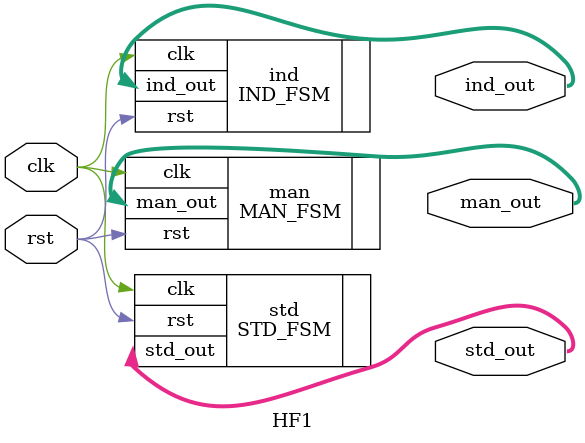
<source format=v>
`timescale 1ns / 1ps
module HF1(
    input rst,
    input clk,
    output [2:0] ind_out,
    output [2:0] man_out,
    output [2:0] std_out
    );
	 
	 IND_FSM ind(.rst(rst), .clk(clk), .ind_out(ind_out));
	 MAN_FSM man(.rst(rst), .clk(clk), .man_out(man_out));
	 STD_FSM std(.rst(rst), .clk(clk), .std_out(std_out));	


endmodule

</source>
